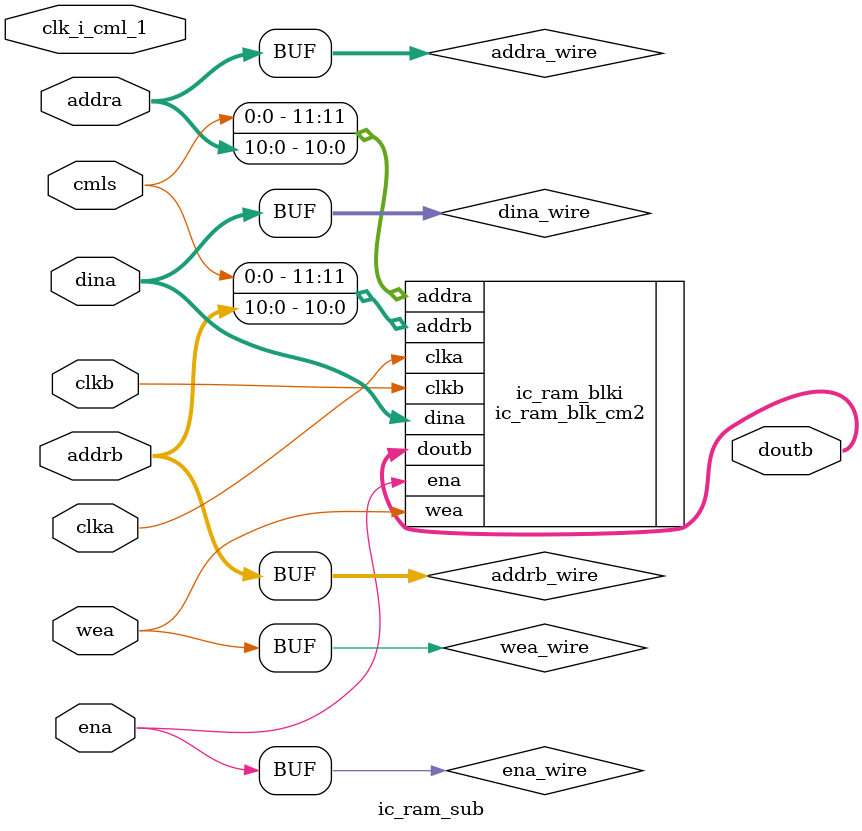
<source format=v>
/*******************************************************************************
*     This file is owned and controlled by Xilinx and must be used             *
*     solely for design, simulation, implementation and creation of            *
*     design files limited to Xilinx devices or technologies. Use              *
*     with non-Xilinx devices or technologies is expressly prohibited          *
*     and immediately terminates your license.                                 *
*                                                                              *
*     XILINX IS PROVIDING THIS DESIGN, CODE, OR INFORMATION "AS IS"            *
*     SOLELY FOR USE IN DEVELOPING PROGRAMS AND SOLUTIONS FOR                  *
*     XILINX DEVICES.  BY PROVIDING THIS DESIGN, CODE, OR INFORMATION          *
*     AS ONE POSSIBLE IMPLEMENTATION OF THIS FEATURE, APPLICATION              *
*     OR STANDARD, XILINX IS MAKING NO REPRESENTATION THAT THIS                *
*     IMPLEMENTATION IS FREE FROM ANY CLAIMS OF INFRINGEMENT,                  *
*     AND YOU ARE RESPONSIBLE FOR OBTAINING ANY RIGHTS YOU MAY REQUIRE         *
*     FOR YOUR IMPLEMENTATION.  XILINX EXPRESSLY DISCLAIMS ANY                 *
*     WARRANTY WHATSOEVER WITH RESPECT TO THE ADEQUACY OF THE                  *
*     IMPLEMENTATION, INCLUDING BUT NOT LIMITED TO ANY WARRANTIES OR           *
*     REPRESENTATIONS THAT THIS IMPLEMENTATION IS FREE FROM CLAIMS OF          *
*     INFRINGEMENT, IMPLIED WARRANTIES OF MERCHANTABILITY AND FITNESS          *
*     FOR A PARTICULAR PURPOSE.                                                *
*                                                                              *
*     Xilinx products are not intended for use in life support                 *
*     appliances, devices, or systems. Use in such applications are            *
*     expressly prohibited.                                                    *
*                                                                              *
*     (c) Copyright 1995-2009 Xilinx, Inc.                                     *
*     All rights reserved.                                                     *
*******************************************************************************/
// The synthesis directives "translate_off/translate_on" specified below are
// supported by Xilinx, Mentor Graphics and Synplicity synthesis
// tools. Ensure they are correct for your synthesis tool(s).

// You must compile the wrapper file ic_ram_blk.v when simulating
// the core, ic_ram_blk. When compiling the wrapper file, be sure to
// reference the XilinxCoreLib Verilog simulation library. For detailed
// instructions, please refer to the "CORE Generator Help".

`timescale 1ns/1ps

module ic_ram_sub(
		clk_i_cml_1,
		cmls,
		
	clka,
	ena,
	wea,
	addra,
	dina,
	clkb,
	addrb,
	doutb);


input clk_i_cml_1;
input cmls;




input clka;
input ena;
input [0 : 0] wea;
input [10 : 0] addra;
input [31 : 0] dina;
input clkb;
input [10 : 0] addrb;
output [31 : 0] doutb;

wire ena_wire;
wire [0 : 0] wea_wire;
wire [10 : 0] addra_wire;
wire [31 : 0] dina_wire;
wire [10 : 0] addrb_wire;

assign ena_wire = ena;
assign wea_wire = wea;
assign addra_wire = addra;
assign dina_wire = dina;
assign addrb_wire = addrb;

ic_ram_blk_cm2 ic_ram_blki(
	.clka(clka),
	.ena(ena_wire),
	.wea(wea_wire),
	.addra({cmls, addra_wire}),
	.dina(dina_wire),
	.clkb(clkb),
	.addrb({cmls, addrb_wire}),
	.doutb(doutb));

endmodule



</source>
